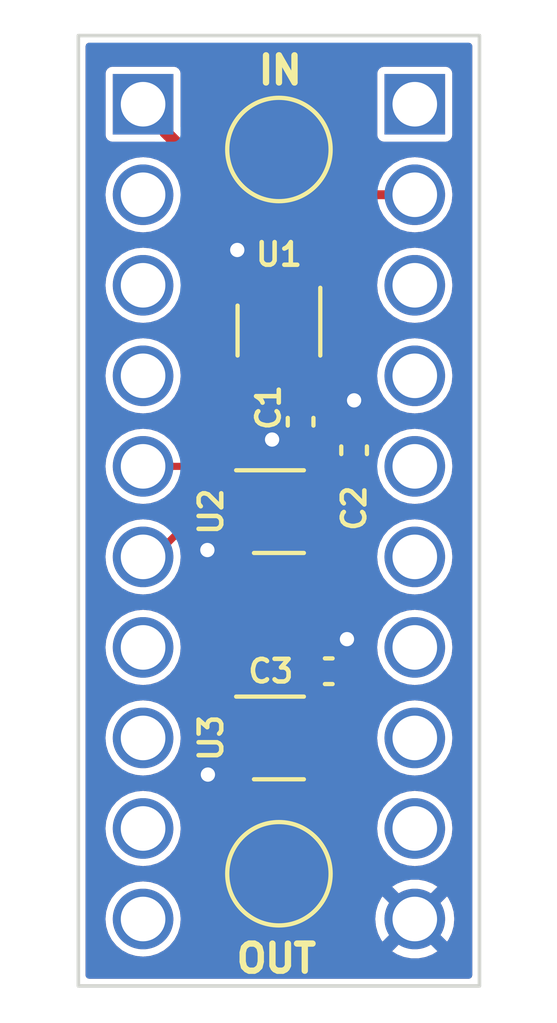
<source format=kicad_pcb>
(kicad_pcb (version 20240108) (generator "pcbnew") (generator_version "8.0")
  (layers (0 "F.Cu" signal) (31 "B.Cu" signal) (34 "B.Paste" user) (35 "F.Paste" user) (36 "B.SilkS" user "B.Silkscreen") (37 "F.SilkS" user "F.Silkscreen") (38 "B.Mask" user) (39 "F.Mask" user) (44 "Edge.Cuts" user))
  (net 0 "")
  (net 1 "+5V")
  (net 5 "/ROMBA21")
  (net 6 "/ROMBA19")
  (net 12 "/ROMBA20")
  (net 20 "GND")
  (net 21 "/~{ROMEN}")
  (net 22 "/~{ROM0EN}")
  (net 23 "Net-(U1-Pad4)")
  (net 24 "Net-(U2-Pad4)")
  (footprint "Package_TO_SOT_SMD:SOT-353_SC-70-5" (layer "F.Cu") (at 113.792 69.342 -90)
    (property "Reference" "U1" (at -2.1336 0 0) (layer "F.SilkS") (effects (font (size 0.635 0.635) (thickness 0.127) (bold yes))))
    (property "Value" "SN74AHC1G02DCKR")
    (fp_line (start -0.7 1.16) (end 0.7 1.16) (stroke (width 0.12)) (layer "F.SilkS"))
    (fp_line (start 0.7 -1.16) (end -1.2 -1.16) (stroke (width 0.12)) (layer "F.SilkS"))
    (pad "1" smd rect (at -0.95 -0.65 270) (size 0.65 0.4) (layers "F.Cu" "F.Paste" "F.Mask") (net 12 "/ROMBA20"))
    (pad "2" smd rect (at -0.95 0 270) (size 0.65 0.4) (layers "F.Cu" "F.Paste" "F.Mask") (net 21 "/~{ROMEN}"))
    (pad "3" smd rect (at -0.95 0.65 270) (size 0.65 0.4) (layers "F.Cu" "F.Paste" "F.Mask") (net 20 "GND"))
    (pad "4" smd rect (at 0.95 0.65 270) (size 0.65 0.4) (layers "F.Cu" "F.Paste" "F.Mask") (net 23 "Net-(U1-Pad4)"))
    (pad "5" smd rect (at 0.95 -0.65 270) (size 0.65 0.4) (layers "F.Cu" "F.Paste" "F.Mask") (net 1 "+5V"))
  )
  (footprint "TestPoint:TestPoint_Pad_D2.5mm" (layer "F.Cu") (at 113.792 64.262)
    (property "Reference" "TP1" (hide yes))
    (property "Value" "~{ROMEN}")
    (fp_circle (center 0 0) (end 0 1.45) (stroke (width 0.12)) (fill none) (layer "F.SilkS"))
    (pad "1" smd circle (at 0 0) (size 2.5 2.5) (layers "F.Cu" "F.Mask") (net 21 "/~{ROMEN}"))
  )
  (footprint "Capacitor_SMD:C_0402_1005Metric" (layer "F.Cu") (at 115.189 78.9)
    (property "Reference" "C3" (at -1.6256 0 0) (layer "F.SilkS") (effects (font (size 0.635 0.635) (thickness 0.127))))
    (property "Value" "C")
    (fp_line (start -0.107836 -0.36) (end 0.107836 -0.36) (stroke (width 0.12)) (layer "F.SilkS"))
    (fp_line (start -0.107836 0.36) (end 0.107836 0.36) (stroke (width 0.12)) (layer "F.SilkS"))
    (pad "1" smd roundrect (at -0.48 0) (size 0.56 0.62) (layers "F.Cu" "F.Paste" "F.Mask") (net 1 "+5V"))
    (pad "2" smd roundrect (at 0.48 0) (size 0.56 0.62) (layers "F.Cu" "F.Paste" "F.Mask") (net 20 "GND"))
  )
  (footprint "Connector_PinHeader_2.54mm:PinHeader_1x10_P2.54mm_Vertical" (layer "F.Cu") (at 109.982 62.992)
    (property "Reference" "J1")
    (property "Value" "Conn_01x10_Pin")
    (pad "1" thru_hole rect (at 0 0) (size 1.7 1.7) (drill 1.25) (layers "*.Cu" "*.Mask" "In1.Cu" "In2.Cu" "In3.Cu" "In4.Cu" "In5.Cu" "In6.Cu" "In7.Cu" "In8.Cu" "In9.Cu" "In10.Cu" "In11.Cu" "In12.Cu" "In13.Cu" "In14.Cu" "In15.Cu" "In16.Cu" "In17.Cu" "In18.Cu" "In19.Cu" "In20.Cu" "In21.Cu" "In22.Cu" "In23.Cu" "In24.Cu" "In25.Cu" "In26.Cu" "In27.Cu" "In28.Cu" "In29.Cu" "In30.Cu") (net 1 "+5V"))
    (pad "2" thru_hole oval (at 0 2.54) (size 1.7 1.7) (drill 1.25) (layers "*.Cu" "*.Mask" "In1.Cu" "In2.Cu" "In3.Cu" "In4.Cu" "In5.Cu" "In6.Cu" "In7.Cu" "In8.Cu" "In9.Cu" "In10.Cu" "In11.Cu" "In12.Cu" "In13.Cu" "In14.Cu" "In15.Cu" "In16.Cu" "In17.Cu" "In18.Cu" "In19.Cu" "In20.Cu" "In21.Cu" "In22.Cu" "In23.Cu" "In24.Cu" "In25.Cu" "In26.Cu" "In27.Cu" "In28.Cu" "In29.Cu" "In30.Cu"))
    (pad "3" thru_hole oval (at 0 5.08) (size 1.7 1.7) (drill 1.25) (layers "*.Cu" "*.Mask" "In1.Cu" "In2.Cu" "In3.Cu" "In4.Cu" "In5.Cu" "In6.Cu" "In7.Cu" "In8.Cu" "In9.Cu" "In10.Cu" "In11.Cu" "In12.Cu" "In13.Cu" "In14.Cu" "In15.Cu" "In16.Cu" "In17.Cu" "In18.Cu" "In19.Cu" "In20.Cu" "In21.Cu" "In22.Cu" "In23.Cu" "In24.Cu" "In25.Cu" "In26.Cu" "In27.Cu" "In28.Cu" "In29.Cu" "In30.Cu"))
    (pad "4" thru_hole oval (at 0 7.62) (size 1.7 1.7) (drill 1.25) (layers "*.Cu" "*.Mask" "In1.Cu" "In2.Cu" "In3.Cu" "In4.Cu" "In5.Cu" "In6.Cu" "In7.Cu" "In8.Cu" "In9.Cu" "In10.Cu" "In11.Cu" "In12.Cu" "In13.Cu" "In14.Cu" "In15.Cu" "In16.Cu" "In17.Cu" "In18.Cu" "In19.Cu" "In20.Cu" "In21.Cu" "In22.Cu" "In23.Cu" "In24.Cu" "In25.Cu" "In26.Cu" "In27.Cu" "In28.Cu" "In29.Cu" "In30.Cu"))
    (pad "5" thru_hole oval (at 0 10.16) (size 1.7 1.7) (drill 1.25) (layers "*.Cu" "*.Mask" "In1.Cu" "In2.Cu" "In3.Cu" "In4.Cu" "In5.Cu" "In6.Cu" "In7.Cu" "In8.Cu" "In9.Cu" "In10.Cu" "In11.Cu" "In12.Cu" "In13.Cu" "In14.Cu" "In15.Cu" "In16.Cu" "In17.Cu" "In18.Cu" "In19.Cu" "In20.Cu" "In21.Cu" "In22.Cu" "In23.Cu" "In24.Cu" "In25.Cu" "In26.Cu" "In27.Cu" "In28.Cu" "In29.Cu" "In30.Cu") (net 5 "/ROMBA21"))
    (pad "6" thru_hole oval (at 0 12.7) (size 1.7 1.7) (drill 1.25) (layers "*.Cu" "*.Mask" "In1.Cu" "In2.Cu" "In3.Cu" "In4.Cu" "In5.Cu" "In6.Cu" "In7.Cu" "In8.Cu" "In9.Cu" "In10.Cu" "In11.Cu" "In12.Cu" "In13.Cu" "In14.Cu" "In15.Cu" "In16.Cu" "In17.Cu" "In18.Cu" "In19.Cu" "In20.Cu" "In21.Cu" "In22.Cu" "In23.Cu" "In24.Cu" "In25.Cu" "In26.Cu" "In27.Cu" "In28.Cu" "In29.Cu" "In30.Cu") (net 6 "/ROMBA19"))
    (pad "7" thru_hole oval (at 0 15.24) (size 1.7 1.7) (drill 1.25) (layers "*.Cu" "*.Mask" "In1.Cu" "In2.Cu" "In3.Cu" "In4.Cu" "In5.Cu" "In6.Cu" "In7.Cu" "In8.Cu" "In9.Cu" "In10.Cu" "In11.Cu" "In12.Cu" "In13.Cu" "In14.Cu" "In15.Cu" "In16.Cu" "In17.Cu" "In18.Cu" "In19.Cu" "In20.Cu" "In21.Cu" "In22.Cu" "In23.Cu" "In24.Cu" "In25.Cu" "In26.Cu" "In27.Cu" "In28.Cu" "In29.Cu" "In30.Cu"))
    (pad "8" thru_hole oval (at 0 17.78) (size 1.7 1.7) (drill 1.25) (layers "*.Cu" "*.Mask" "In1.Cu" "In2.Cu" "In3.Cu" "In4.Cu" "In5.Cu" "In6.Cu" "In7.Cu" "In8.Cu" "In9.Cu" "In10.Cu" "In11.Cu" "In12.Cu" "In13.Cu" "In14.Cu" "In15.Cu" "In16.Cu" "In17.Cu" "In18.Cu" "In19.Cu" "In20.Cu" "In21.Cu" "In22.Cu" "In23.Cu" "In24.Cu" "In25.Cu" "In26.Cu" "In27.Cu" "In28.Cu" "In29.Cu" "In30.Cu"))
    (pad "9" thru_hole oval (at 0 20.32) (size 1.7 1.7) (drill 1.25) (layers "*.Cu" "*.Mask" "In1.Cu" "In2.Cu" "In3.Cu" "In4.Cu" "In5.Cu" "In6.Cu" "In7.Cu" "In8.Cu" "In9.Cu" "In10.Cu" "In11.Cu" "In12.Cu" "In13.Cu" "In14.Cu" "In15.Cu" "In16.Cu" "In17.Cu" "In18.Cu" "In19.Cu" "In20.Cu" "In21.Cu" "In22.Cu" "In23.Cu" "In24.Cu" "In25.Cu" "In26.Cu" "In27.Cu" "In28.Cu" "In29.Cu" "In30.Cu"))
    (pad "10" thru_hole oval (at 0 22.86) (size 1.7 1.7) (drill 1.25) (layers "*.Cu" "*.Mask" "In1.Cu" "In2.Cu" "In3.Cu" "In4.Cu" "In5.Cu" "In6.Cu" "In7.Cu" "In8.Cu" "In9.Cu" "In10.Cu" "In11.Cu" "In12.Cu" "In13.Cu" "In14.Cu" "In15.Cu" "In16.Cu" "In17.Cu" "In18.Cu" "In19.Cu" "In20.Cu" "In21.Cu" "In22.Cu" "In23.Cu" "In24.Cu" "In25.Cu" "In26.Cu" "In27.Cu" "In28.Cu" "In29.Cu" "In30.Cu"))
  )
  (footprint "Capacitor_SMD:C_0402_1005Metric" (layer "F.Cu") (at 114.4 71.9 -90)
    (property "Reference" "C1" (at -0.4 0.9 90) (layer "F.SilkS") (effects (font (size 0.635 0.635) (thickness 0.127))))
    (property "Value" "C")
    (fp_line (start -0.107836 0.36) (end 0.107836 0.36) (stroke (width 0.12)) (layer "F.SilkS"))
    (fp_line (start -0.107836 -0.36) (end 0.107836 -0.36) (stroke (width 0.12)) (layer "F.SilkS"))
    (pad "1" smd roundrect (at -0.48 0 270) (size 0.56 0.62) (layers "F.Cu" "F.Paste" "F.Mask") (net 1 "+5V"))
    (pad "2" smd roundrect (at 0.48 0 270) (size 0.56 0.62) (layers "F.Cu" "F.Paste" "F.Mask") (net 20 "GND"))
  )
  (footprint "Connector_PinHeader_2.54mm:PinHeader_1x10_P2.54mm_Vertical" (layer "F.Cu") (at 117.602 62.992)
    (property "Reference" "J2")
    (property "Value" "Conn_01x10_Pin")
    (pad "1" thru_hole rect (at 0 0) (size 1.7 1.7) (drill 1.25) (layers "*.Cu" "*.Mask" "In1.Cu" "In2.Cu" "In3.Cu" "In4.Cu" "In5.Cu" "In6.Cu" "In7.Cu" "In8.Cu" "In9.Cu" "In10.Cu" "In11.Cu" "In12.Cu" "In13.Cu" "In14.Cu" "In15.Cu" "In16.Cu" "In17.Cu" "In18.Cu" "In19.Cu" "In20.Cu" "In21.Cu" "In22.Cu" "In23.Cu" "In24.Cu" "In25.Cu" "In26.Cu" "In27.Cu" "In28.Cu" "In29.Cu" "In30.Cu"))
    (pad "2" thru_hole oval (at 0 2.54) (size 1.7 1.7) (drill 1.25) (layers "*.Cu" "*.Mask" "In1.Cu" "In2.Cu" "In3.Cu" "In4.Cu" "In5.Cu" "In6.Cu" "In7.Cu" "In8.Cu" "In9.Cu" "In10.Cu" "In11.Cu" "In12.Cu" "In13.Cu" "In14.Cu" "In15.Cu" "In16.Cu" "In17.Cu" "In18.Cu" "In19.Cu" "In20.Cu" "In21.Cu" "In22.Cu" "In23.Cu" "In24.Cu" "In25.Cu" "In26.Cu" "In27.Cu" "In28.Cu" "In29.Cu" "In30.Cu") (net 12 "/ROMBA20"))
    (pad "3" thru_hole oval (at 0 5.08) (size 1.7 1.7) (drill 1.25) (layers "*.Cu" "*.Mask" "In1.Cu" "In2.Cu" "In3.Cu" "In4.Cu" "In5.Cu" "In6.Cu" "In7.Cu" "In8.Cu" "In9.Cu" "In10.Cu" "In11.Cu" "In12.Cu" "In13.Cu" "In14.Cu" "In15.Cu" "In16.Cu" "In17.Cu" "In18.Cu" "In19.Cu" "In20.Cu" "In21.Cu" "In22.Cu" "In23.Cu" "In24.Cu" "In25.Cu" "In26.Cu" "In27.Cu" "In28.Cu" "In29.Cu" "In30.Cu"))
    (pad "4" thru_hole oval (at 0 7.62) (size 1.7 1.7) (drill 1.25) (layers "*.Cu" "*.Mask" "In1.Cu" "In2.Cu" "In3.Cu" "In4.Cu" "In5.Cu" "In6.Cu" "In7.Cu" "In8.Cu" "In9.Cu" "In10.Cu" "In11.Cu" "In12.Cu" "In13.Cu" "In14.Cu" "In15.Cu" "In16.Cu" "In17.Cu" "In18.Cu" "In19.Cu" "In20.Cu" "In21.Cu" "In22.Cu" "In23.Cu" "In24.Cu" "In25.Cu" "In26.Cu" "In27.Cu" "In28.Cu" "In29.Cu" "In30.Cu"))
    (pad "5" thru_hole oval (at 0 10.16) (size 1.7 1.7) (drill 1.25) (layers "*.Cu" "*.Mask" "In1.Cu" "In2.Cu" "In3.Cu" "In4.Cu" "In5.Cu" "In6.Cu" "In7.Cu" "In8.Cu" "In9.Cu" "In10.Cu" "In11.Cu" "In12.Cu" "In13.Cu" "In14.Cu" "In15.Cu" "In16.Cu" "In17.Cu" "In18.Cu" "In19.Cu" "In20.Cu" "In21.Cu" "In22.Cu" "In23.Cu" "In24.Cu" "In25.Cu" "In26.Cu" "In27.Cu" "In28.Cu" "In29.Cu" "In30.Cu"))
    (pad "6" thru_hole oval (at 0 12.7) (size 1.7 1.7) (drill 1.25) (layers "*.Cu" "*.Mask" "In1.Cu" "In2.Cu" "In3.Cu" "In4.Cu" "In5.Cu" "In6.Cu" "In7.Cu" "In8.Cu" "In9.Cu" "In10.Cu" "In11.Cu" "In12.Cu" "In13.Cu" "In14.Cu" "In15.Cu" "In16.Cu" "In17.Cu" "In18.Cu" "In19.Cu" "In20.Cu" "In21.Cu" "In22.Cu" "In23.Cu" "In24.Cu" "In25.Cu" "In26.Cu" "In27.Cu" "In28.Cu" "In29.Cu" "In30.Cu"))
    (pad "7" thru_hole oval (at 0 15.24) (size 1.7 1.7) (drill 1.25) (layers "*.Cu" "*.Mask" "In1.Cu" "In2.Cu" "In3.Cu" "In4.Cu" "In5.Cu" "In6.Cu" "In7.Cu" "In8.Cu" "In9.Cu" "In10.Cu" "In11.Cu" "In12.Cu" "In13.Cu" "In14.Cu" "In15.Cu" "In16.Cu" "In17.Cu" "In18.Cu" "In19.Cu" "In20.Cu" "In21.Cu" "In22.Cu" "In23.Cu" "In24.Cu" "In25.Cu" "In26.Cu" "In27.Cu" "In28.Cu" "In29.Cu" "In30.Cu"))
    (pad "8" thru_hole oval (at 0 17.78) (size 1.7 1.7) (drill 1.25) (layers "*.Cu" "*.Mask" "In1.Cu" "In2.Cu" "In3.Cu" "In4.Cu" "In5.Cu" "In6.Cu" "In7.Cu" "In8.Cu" "In9.Cu" "In10.Cu" "In11.Cu" "In12.Cu" "In13.Cu" "In14.Cu" "In15.Cu" "In16.Cu" "In17.Cu" "In18.Cu" "In19.Cu" "In20.Cu" "In21.Cu" "In22.Cu" "In23.Cu" "In24.Cu" "In25.Cu" "In26.Cu" "In27.Cu" "In28.Cu" "In29.Cu" "In30.Cu"))
    (pad "9" thru_hole oval (at 0 20.32) (size 1.7 1.7) (drill 1.25) (layers "*.Cu" "*.Mask" "In1.Cu" "In2.Cu" "In3.Cu" "In4.Cu" "In5.Cu" "In6.Cu" "In7.Cu" "In8.Cu" "In9.Cu" "In10.Cu" "In11.Cu" "In12.Cu" "In13.Cu" "In14.Cu" "In15.Cu" "In16.Cu" "In17.Cu" "In18.Cu" "In19.Cu" "In20.Cu" "In21.Cu" "In22.Cu" "In23.Cu" "In24.Cu" "In25.Cu" "In26.Cu" "In27.Cu" "In28.Cu" "In29.Cu" "In30.Cu"))
    (pad "10" thru_hole oval (at 0 22.86) (size 1.7 1.7) (drill 1.25) (layers "*.Cu" "*.Mask" "In1.Cu" "In2.Cu" "In3.Cu" "In4.Cu" "In5.Cu" "In6.Cu" "In7.Cu" "In8.Cu" "In9.Cu" "In10.Cu" "In11.Cu" "In12.Cu" "In13.Cu" "In14.Cu" "In15.Cu" "In16.Cu" "In17.Cu" "In18.Cu" "In19.Cu" "In20.Cu" "In21.Cu" "In22.Cu" "In23.Cu" "In24.Cu" "In25.Cu" "In26.Cu" "In27.Cu" "In28.Cu" "In29.Cu" "In30.Cu") (net 20 "GND"))
  )
  (footprint "TestPoint:TestPoint_Pad_D2.5mm" (layer "F.Cu") (at 113.792 84.582)
    (property "Reference" "TP2" (hide yes))
    (property "Value" "~{ROM0EN}")
    (fp_circle (center 0 0) (end 0 1.45) (stroke (width 0.12)) (fill none) (layer "F.SilkS"))
    (pad "1" smd circle (at 0 0) (size 2.5 2.5) (layers "F.Cu" "F.Mask") (net 22 "/~{ROM0EN}"))
  )
  (footprint "Capacitor_SMD:C_0402_1005Metric" (layer "F.Cu") (at 115.9 72.7 90)
    (property "Reference" "C2" (at -1.6256 0 90) (layer "F.SilkS") (effects (font (size 0.635 0.635) (thickness 0.127))))
    (property "Value" "C")
    (fp_line (start -0.107836 -0.36) (end 0.107836 -0.36) (stroke (width 0.12)) (layer "F.SilkS"))
    (fp_line (start -0.107836 0.36) (end 0.107836 0.36) (stroke (width 0.12)) (layer "F.SilkS"))
    (pad "1" smd roundrect (at -0.48 0 90) (size 0.56 0.62) (layers "F.Cu" "F.Paste" "F.Mask") (net 1 "+5V"))
    (pad "2" smd roundrect (at 0.48 0 90) (size 0.56 0.62) (layers "F.Cu" "F.Paste" "F.Mask") (net 20 "GND"))
  )
  (footprint "Package_TO_SOT_SMD:SOT-353_SC-70-5" (layer "F.Cu") (at 113.792 80.772)
    (property "Reference" "U3" (at -1.905 0 90) (layer "F.SilkS") (effects (font (size 0.635 0.635) (thickness 0.127))))
    (property "Value" "SN74AHC1G00DCKR")
    (fp_line (start -0.7 1.16) (end 0.7 1.16) (stroke (width 0.12)) (layer "F.SilkS"))
    (fp_line (start 0.7 -1.16) (end -1.2 -1.16) (stroke (width 0.12)) (layer "F.SilkS"))
    (pad "1" smd rect (at -0.95 -0.65) (size 0.65 0.4) (layers "F.Cu" "F.Paste" "F.Mask") (net 23 "Net-(U1-Pad4)"))
    (pad "2" smd rect (at -0.95 0) (size 0.65 0.4) (layers "F.Cu" "F.Paste" "F.Mask") (net 24 "Net-(U2-Pad4)"))
    (pad "3" smd rect (at -0.95 0.65) (size 0.65 0.4) (layers "F.Cu" "F.Paste" "F.Mask") (net 20 "GND"))
    (pad "4" smd rect (at 0.95 0.65) (size 0.65 0.4) (layers "F.Cu" "F.Paste" "F.Mask") (net 22 "/~{ROM0EN}"))
    (pad "5" smd rect (at 0.95 -0.65) (size 0.65 0.4) (layers "F.Cu" "F.Paste" "F.Mask") (net 1 "+5V"))
  )
  (footprint "Package_TO_SOT_SMD:SOT-353_SC-70-5" (layer "F.Cu") (at 113.792 74.422)
    (property "Reference" "U2" (at -1.905 0 -90) (layer "F.SilkS") (effects (font (size 0.635 0.635) (thickness 0.127))))
    (property "Value" "SN74AHC1G02DCKR")
    (fp_line (start -0.7 1.16) (end 0.7 1.16) (stroke (width 0.12)) (layer "F.SilkS"))
    (fp_line (start 0.7 -1.16) (end -1.2 -1.16) (stroke (width 0.12)) (layer "F.SilkS"))
    (pad "1" smd rect (at -0.95 -0.65) (size 0.65 0.4) (layers "F.Cu" "F.Paste" "F.Mask") (net 5 "/ROMBA21"))
    (pad "2" smd rect (at -0.95 0) (size 0.65 0.4) (layers "F.Cu" "F.Paste" "F.Mask") (net 6 "/ROMBA19"))
    (pad "3" smd rect (at -0.95 0.65) (size 0.65 0.4) (layers "F.Cu" "F.Paste" "F.Mask") (net 20 "GND"))
    (pad "4" smd rect (at 0.95 0.65) (size 0.65 0.4) (layers "F.Cu" "F.Paste" "F.Mask") (net 24 "Net-(U2-Pad4)"))
    (pad "5" smd rect (at 0.95 -0.65) (size 0.65 0.4) (layers "F.Cu" "F.Paste" "F.Mask") (net 1 "+5V"))
  )
  (gr_rect (start 108.1676 61.0648) (end 119.4164 87.73) (stroke (width 0.1)) (fill none) (layer "Edge.Cuts"))
  (gr_text "IN" (at 113.1316 62.484 0) (layer "F.SilkS") (effects (font (size 0.762 0.762) (thickness 0.1778) (bold yes)) (justify left bottom)))
  (gr_text "OUT" (at 112.512929 87.405591 0) (layer "F.SilkS") (effects (font (size 0.762 0.762) (thickness 0.1778) (bold yes)) (justify left bottom)))
  (segment (start 115.4 69.8) (end 115.4 70.6) (width 0.35) (layer "F.Cu") (net 1))
  (segment (start 115.228 73.772) (end 115.82 73.18) (width 0.35) (layer "F.Cu") (net 1))
  (segment (start 114.8692 73.772) (end 115.5446 74.4474) (width 0.35) (layer "F.Cu") (net 1))
  (segment (start 114.742 73.772) (end 115.228 73.772) (width 0.35) (layer "F.Cu") (net 1))
  (segment (start 114.442 71.378) (end 114.442 70.292) (width 0.35) (layer "F.Cu") (net 1))
  (segment (start 114.72 71.42) (end 115.2 71.9) (width 0.35) (layer "F.Cu") (net 1))
  (segment (start 115.8178 73.18) (end 115.9 73.18) (width 0.35) (layer "F.Cu") (net 1))
  (segment (start 115.82 73.18) (end 115.9 73.18) (width 0.35) (layer "F.Cu") (net 1))
  (segment (start 115.4 70.6) (end 114.58 71.42) (width 0.35) (layer "F.Cu") (net 1))
  (segment (start 114.58 71.42) (end 114.4 71.42) (width 0.35) (layer "F.Cu") (net 1))
  (segment (start 114.4 71.42) (end 114.442 71.378) (width 0.35) (layer "F.Cu") (net 1))
  (segment (start 114.742 73.772) (end 114.8692 73.772) (width 0.35) (layer "F.Cu") (net 1))
  (segment (start 111.998 69.592) (end 115.192 69.592) (width 0.35) (layer "F.Cu") (net 1))
  (segment (start 114.709 73.739) (end 114.742 73.772) (width 0.35) (layer "F.Cu") (net 1))
  (segment (start 111.99 69.6) (end 111.998 69.592) (width 0.35) (layer "F.Cu") (net 1))
  (segment (start 110.611 63.611) (end 110.611 63.7734) (width 0.35) (layer "F.Cu") (net 1))
  (segment (start 111.4298 69.0398) (end 111.99 69.6) (width 0.35) (layer "F.Cu") (net 1))
  (segment (start 111.4298 64.5922) (end 111.4298 69.0398) (width 0.35) (layer "F.Cu") (net 1))
  (segment (start 114.709 80.089) (end 114.742 80.122) (width 0.35) (layer "F.Cu") (net 1))
  (segment (start 115.5446 76.0854) (end 114.709 76.921) (width 0.35) (layer "F.Cu") (net 1))
  (segment (start 114.709 76.921) (end 114.709 80.089) (width 0.35) (layer "F.Cu") (net 1))
  (segment (start 115.2 71.9) (end 115.2 72.5622) (width 0.35) (layer "F.Cu") (net 1))
  (segment (start 115.2 72.5622) (end 115.8178 73.18) (width 0.35) (layer "F.Cu") (net 1))
  (segment (start 115.5446 74.4474) (end 115.5446 76.0854) (width 0.35) (layer "F.Cu") (net 1))
  (segment (start 115.192 69.592) (end 115.4 69.8) (width 0.35) (layer "F.Cu") (net 1))
  (segment (start 110.611 63.7734) (end 111.4298 64.5922) (width 0.35) (layer "F.Cu") (net 1))
  (segment (start 114.4 71.42) (end 114.72 71.42) (width 0.35) (layer "F.Cu") (net 1))
  (segment (start 109.982 73.152) (end 111.379 73.152) (width 0.2) (layer "F.Cu") (net 5))
  (segment (start 111.999 73.772) (end 112.842 73.772) (width 0.2) (layer "F.Cu") (net 5))
  (segment (start 111.379 73.152) (end 111.999 73.772) (width 0.2) (layer "F.Cu") (net 5))
  (segment (start 112.842 74.422) (end 111.552 74.422) (width 0.2) (layer "F.Cu") (net 6))
  (segment (start 111.552 74.422) (end 110.282 75.692) (width 0.2) (layer "F.Cu") (net 6))
  (segment (start 114.442 67.5236) (end 116.4336 65.532) (width 0.25) (layer "F.Cu") (net 12))
  (segment (start 116.4336 65.532) (end 117.602 65.532) (width 0.25) (layer "F.Cu") (net 12))
  (segment (start 114.442 68.392) (end 114.442 67.5236) (width 0.25) (layer "F.Cu") (net 12))
  (via (at 113.6 72.4) (size 0.8) (drill 0.4) (layers "F.Cu" "B.Cu") (net 20))
  (via (at 115.9 71.3) (size 0.8) (drill 0.4) (layers "F.Cu" "B.Cu") (net 20))
  (via (at 111.7854 75.5) (size 0.8) (drill 0.4) (layers "F.Cu" "B.Cu") (net 20))
  (via (at 111.8 81.8) (size 0.8) (drill 0.4) (layers "F.Cu" "B.Cu") (net 20))
  (via (at 112.6236 67.0814) (size 0.8) (drill 0.4) (layers "F.Cu" "B.Cu") (net 20))
  (via (at 115.7 78) (size 0.8) (drill 0.4) (layers "F.Cu" "B.Cu") (net 20))
  (segment (start 113.792 68.392) (end 113.792 64.262) (width 0.3) (layer "F.Cu") (net 21))
  (segment (start 114.742 81.422) (end 114.742 81.7524) (width 0.3) (layer "F.Cu") (net 22))
  (segment (start 113.792 82.7024) (end 113.792 84.582) (width 0.3) (layer "F.Cu") (net 22))
  (segment (start 114.742 81.7524) (end 113.792 82.7024) (width 0.3) (layer "F.Cu") (net 22))
  (segment (start 112.842 76.9214) (end 114.0968 75.6666) (width 0.2) (layer "F.Cu") (net 23))
  (segment (start 112.842 80.122) (end 112.842 76.9214) (width 0.2) (layer "F.Cu") (net 23))
  (segment (start 114.0968 73.998817) (end 112.9 72.802017) (width 0.2) (layer "F.Cu") (net 23))
  (segment (start 114.0968 75.6666) (end 114.0968 73.998817) (width 0.2) (layer "F.Cu") (net 23))
  (segment (start 112.9 72.802017) (end 112.9 70.6612) (width 0.2) (layer "F.Cu") (net 23))
  (segment (start 112.9 70.6612) (end 113.142 70.4192) (width 0.2) (layer "F.Cu") (net 23))
  (segment (start 113.792 76.8858) (end 113.792 80.4418) (width 0.2) (layer "F.Cu") (net 24))
  (segment (start 114.742 75.072) (end 114.742 75.9358) (width 0.2) (layer "F.Cu") (net 24))
  (segment (start 113.792 80.4418) (end 113.4618 80.772) (width 0.2) (layer "F.Cu") (net 24))
  (segment (start 114.742 75.9358) (end 113.792 76.8858) (width 0.2) (layer "F.Cu") (net 24))
  (segment (start 113.4618 80.772) (end 112.842 80.772) (width 0.2) (layer "F.Cu") (net 24))
  (zone (net 20) (net_name "GND") (layers "F.Cu" "B.Cu") (connect_pads (clearance 0.2)) (min_thickness 0.2) (fill yes (thermal_gap 0.254) (thermal_bridge_width 0.381))
    (polygon (pts (xy 108.1 61.1) (xy 119.4 61.1) (xy 119.4 87.7) (xy 108.2 87.7)))
  )
)
</source>
